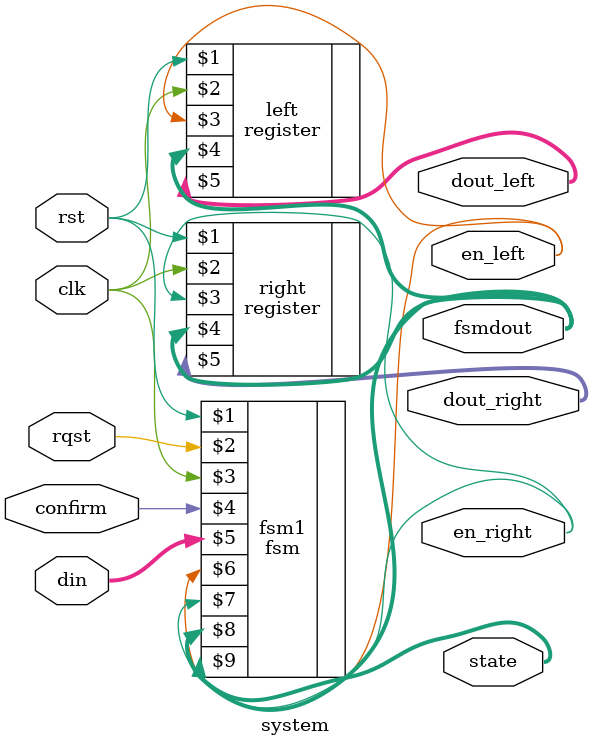
<source format=v>
/*--  *******************************************************
--  Computer Architecture Course, Laboratory Sources 
--  Amirkabir University of Technology (Tehran Polytechnic)
--  Department of Computer Engineering (CE-AUT)
--  https://ce[dot]aut[dot]ac[dot]ir
--  *******************************************************
--  All Rights reserved (C) 2019-2020
--  *******************************************************
--  Student ID  : 
--  Student Name: 
--  Student Mail: 
--  *******************************************************
--  Additional Comments:
--
--*/

/*-----------------------------------------------------------
---  Module Name: Sequential System
---  Description: Lab 10 Part 3
-----------------------------------------------------------*/
`timescale 1 ns/1 ns

module system (
	input        rst ,
	input        rqst,
	input        clk,
	input  		 confirm,
	input  [3:0] din ,
	output en_left,
	output en_right,
	output [3:0] fsmdout,
	output [3:0] dout_left ,
	output [3:0] dout_right,
	output [2:0] state
);

	fsm fsm1(rst , rqst, clk, confirm, din, en_left, en_right, fsmdout, state);
	
	register left(rst, clk, en_left, fsmdout, dout_left);
	register right(rst, clk, en_right, fsmdout, dout_right);


endmodule













</source>
